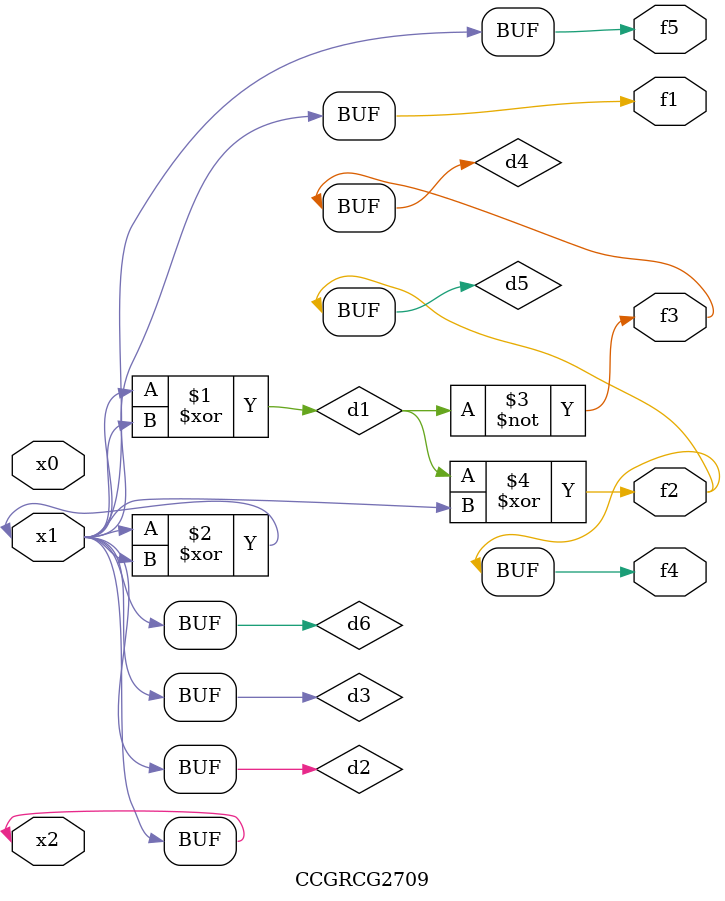
<source format=v>
module CCGRCG2709(
	input x0, x1, x2,
	output f1, f2, f3, f4, f5
);

	wire d1, d2, d3, d4, d5, d6;

	xor (d1, x1, x2);
	buf (d2, x1, x2);
	xor (d3, x1, x2);
	nor (d4, d1);
	xor (d5, d1, d2);
	buf (d6, d2, d3);
	assign f1 = d6;
	assign f2 = d5;
	assign f3 = d4;
	assign f4 = d5;
	assign f5 = d6;
endmodule

</source>
